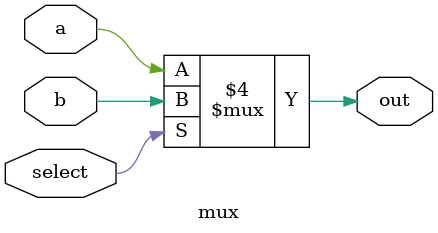
<source format=v>
`timescale 1ns / 1ps


module mux(a, b, select, out);

    input   a, b, select;
    output  out;
    
    reg out;
    
    always @ (a, b, select)
   
        begin 
        if (select == 0)
            begin 
            out = a;
            end
        else
            begin
            out = b;
            end 
        end

endmodule

</source>
